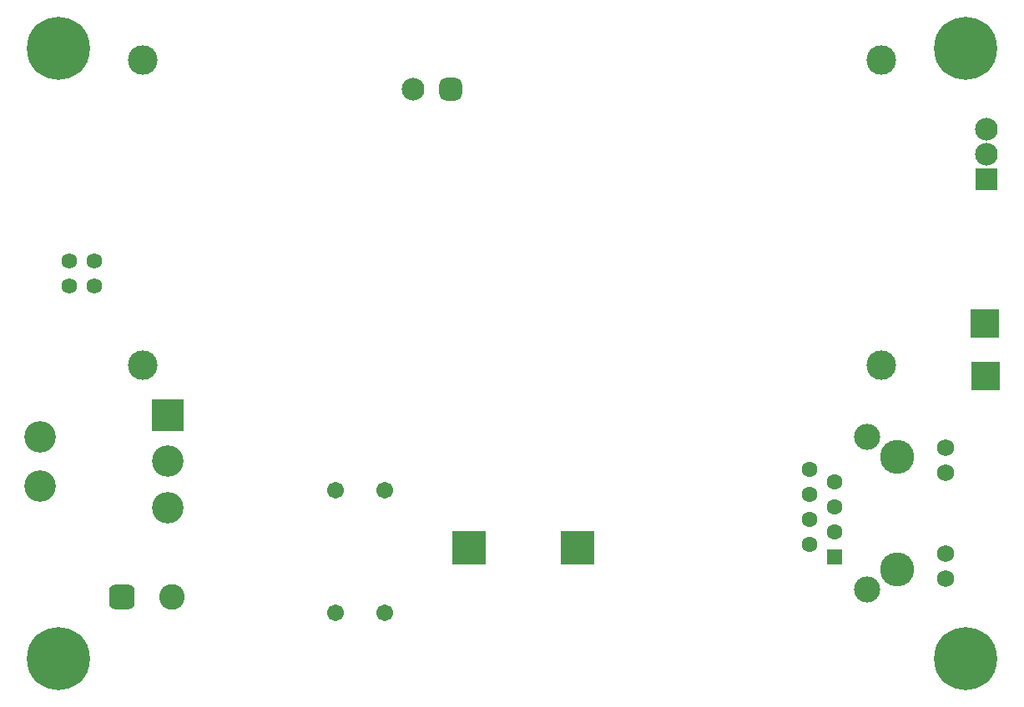
<source format=gbr>
%TF.GenerationSoftware,Altium Limited,Altium Designer,25.1.2 (22)*%
G04 Layer_Color=16711935*
%FSLAX45Y45*%
%MOMM*%
%TF.SameCoordinates,6140C124-B29E-4EDD-BC75-2642A01B609D*%
%TF.FilePolarity,Negative*%
%TF.FileFunction,Soldermask,Bot*%
%TF.Part,Single*%
G01*
G75*
%TA.AperFunction,SMDPad,CuDef*%
%ADD22R,3.00000X3.00000*%
%TA.AperFunction,ComponentPad*%
%ADD51C,1.70790*%
%ADD66C,6.40000*%
%ADD101C,3.00320*%
%ADD102R,3.50320X3.50320*%
%ADD103R,3.20320X3.20320*%
%ADD104C,3.20320*%
%ADD105C,2.30320*%
G04:AMPARAMS|DCode=106|XSize=2.3032mm|YSize=2.3032mm|CornerRadius=0.6266mm|HoleSize=0mm|Usage=FLASHONLY|Rotation=180.000|XOffset=0mm|YOffset=0mm|HoleType=Round|Shape=RoundedRectangle|*
%AMROUNDEDRECTD106*
21,1,2.30320,1.05000,0,0,180.0*
21,1,1.05000,2.30320,0,0,180.0*
1,1,1.25320,-0.52500,0.52500*
1,1,1.25320,0.52500,0.52500*
1,1,1.25320,0.52500,-0.52500*
1,1,1.25320,-0.52500,-0.52500*
%
%ADD106ROUNDEDRECTD106*%
G04:AMPARAMS|DCode=107|XSize=2.6032mm|YSize=2.6032mm|CornerRadius=0.7016mm|HoleSize=0mm|Usage=FLASHONLY|Rotation=0.000|XOffset=0mm|YOffset=0mm|HoleType=Round|Shape=RoundedRectangle|*
%AMROUNDEDRECTD107*
21,1,2.60320,1.20000,0,0,0.0*
21,1,1.20000,2.60320,0,0,0.0*
1,1,1.40320,0.60000,-0.60000*
1,1,1.40320,-0.60000,-0.60000*
1,1,1.40320,-0.60000,0.60000*
1,1,1.40320,0.60000,0.60000*
%
%ADD107ROUNDEDRECTD107*%
%ADD108C,2.60320*%
%ADD109R,1.60120X1.60120*%
%ADD110C,1.60120*%
%ADD111C,1.73320*%
%ADD112C,2.64820*%
%ADD113C,3.45320*%
%ADD114R,2.30320X2.30320*%
%ADD115C,1.00320*%
%ADD116C,1.58420*%
D22*
X9801053Y3270186D02*
D03*
X9796051Y3807187D02*
D03*
D51*
X3209000Y2113000D02*
D03*
X3709000D02*
D03*
Y863000D02*
D03*
X3209000D02*
D03*
D66*
X9600000Y6600000D02*
D03*
Y400000D02*
D03*
X400000D02*
D03*
Y6600000D02*
D03*
D101*
X1250000Y6477140D02*
D03*
Y3377140D02*
D03*
X8750000Y6477140D02*
D03*
Y3377140D02*
D03*
D102*
X5663000Y1529000D02*
D03*
X4563000D02*
D03*
D103*
X1508000Y2875140D02*
D03*
D104*
Y2405140D02*
D03*
Y1935140D02*
D03*
X213000Y2655140D02*
D03*
Y2155140D02*
D03*
D105*
X3993494Y6181142D02*
D03*
X9815000Y5518140D02*
D03*
Y5772140D02*
D03*
D106*
X4374494Y6181142D02*
D03*
D107*
X1043000Y1028000D02*
D03*
D108*
X1551000D02*
D03*
D109*
X8272000Y1431640D02*
D03*
D110*
X8018000Y1558640D02*
D03*
X8272000Y1685640D02*
D03*
X8018000Y1812640D02*
D03*
X8272000Y1939640D02*
D03*
X8018000Y2066640D02*
D03*
X8272000Y2193640D02*
D03*
X8018000Y2320640D02*
D03*
D111*
X9397000Y1214140D02*
D03*
Y1468140D02*
D03*
Y2539140D02*
D03*
Y2285140D02*
D03*
D112*
X8602000Y1102140D02*
D03*
Y2651140D02*
D03*
D113*
X8907000Y2448140D02*
D03*
Y1305140D02*
D03*
D114*
X9815000Y5264140D02*
D03*
D115*
X9600000Y6840000D02*
D03*
X9769706Y6430294D02*
D03*
X9430295Y6769706D02*
D03*
Y6430294D02*
D03*
X9840000Y6600000D02*
D03*
X9600000Y6360000D02*
D03*
X9769706Y6769706D02*
D03*
X9360000Y6600000D02*
D03*
X9600000Y640000D02*
D03*
X9769706Y230294D02*
D03*
X9430295Y569705D02*
D03*
Y230294D02*
D03*
X9840000Y400000D02*
D03*
X9600000Y160000D02*
D03*
X9769706Y569705D02*
D03*
X9360000Y400000D02*
D03*
X400000Y640000D02*
D03*
X569705Y230294D02*
D03*
X230294Y569705D02*
D03*
Y230294D02*
D03*
X640000Y400000D02*
D03*
X400000Y160000D02*
D03*
X569705Y569705D02*
D03*
X160000Y400000D02*
D03*
X400000Y6840000D02*
D03*
X569705Y6430294D02*
D03*
X230294Y6769706D02*
D03*
Y6430294D02*
D03*
X640000Y6600000D02*
D03*
X400000Y6360000D02*
D03*
X569705Y6769706D02*
D03*
X160000Y6600000D02*
D03*
D116*
X505000Y4438140D02*
D03*
Y4184140D02*
D03*
X759000Y4438140D02*
D03*
Y4184140D02*
D03*
%TF.MD5,b59452f6998cea4226b869dcc737f60f*%
M02*

</source>
